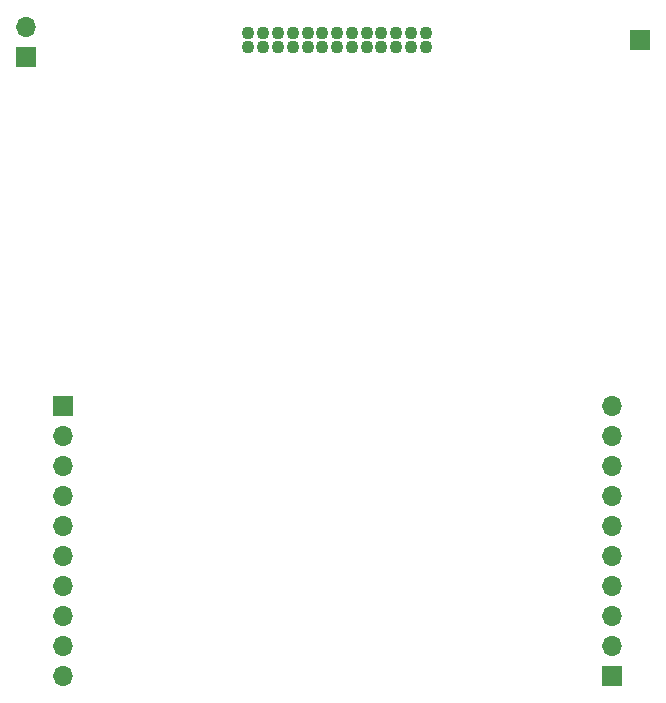
<source format=gbr>
%TF.GenerationSoftware,KiCad,Pcbnew,(5.1.10)-1*%
%TF.CreationDate,2022-10-09T17:15:07-05:00*%
%TF.ProjectId,switcher,73776974-6368-4657-922e-6b696361645f,A*%
%TF.SameCoordinates,Original*%
%TF.FileFunction,Soldermask,Bot*%
%TF.FilePolarity,Negative*%
%FSLAX46Y46*%
G04 Gerber Fmt 4.6, Leading zero omitted, Abs format (unit mm)*
G04 Created by KiCad (PCBNEW (5.1.10)-1) date 2022-10-09 17:15:07*
%MOMM*%
%LPD*%
G01*
G04 APERTURE LIST*
%ADD10O,1.700000X1.700000*%
%ADD11R,1.700000X1.700000*%
%ADD12C,1.100000*%
G04 APERTURE END LIST*
D10*
%TO.C,J2*%
X177136000Y-106055500D03*
X177136000Y-108595500D03*
X177136000Y-111135500D03*
X177136000Y-113675500D03*
X177136000Y-116215500D03*
X177136000Y-118755500D03*
X177136000Y-121295500D03*
X177136000Y-123835500D03*
X177136000Y-126375500D03*
D11*
X177136000Y-128915500D03*
%TD*%
D10*
%TO.C,J5*%
X127508000Y-73914000D03*
D11*
X127508000Y-76454000D03*
%TD*%
%TO.C,J4*%
X179514500Y-75057000D03*
%TD*%
D12*
%TO.C,J3*%
X146353500Y-75672000D03*
X147603500Y-75672000D03*
X148853500Y-75672000D03*
X150103500Y-75672000D03*
X151353500Y-75672000D03*
X152603500Y-75672000D03*
X153853500Y-75672000D03*
X155103500Y-75672000D03*
X156353500Y-75672000D03*
X157603500Y-75672000D03*
X158853500Y-75672000D03*
X160103500Y-75672000D03*
X161353500Y-75672000D03*
X146353500Y-74422000D03*
X147603500Y-74422000D03*
X148853500Y-74422000D03*
X150103500Y-74422000D03*
X151353500Y-74422000D03*
X152603500Y-74422000D03*
X153853500Y-74422000D03*
X155103500Y-74422000D03*
X156353500Y-74422000D03*
X157603500Y-74422000D03*
X158853500Y-74422000D03*
X160103500Y-74422000D03*
X161353500Y-74422000D03*
%TD*%
D10*
%TO.C,J1*%
X130636000Y-128915500D03*
X130636000Y-126375500D03*
X130636000Y-123835500D03*
X130636000Y-121295500D03*
X130636000Y-118755500D03*
X130636000Y-116215500D03*
X130636000Y-113675500D03*
X130636000Y-111135500D03*
X130636000Y-108595500D03*
D11*
X130636000Y-106055500D03*
%TD*%
M02*

</source>
